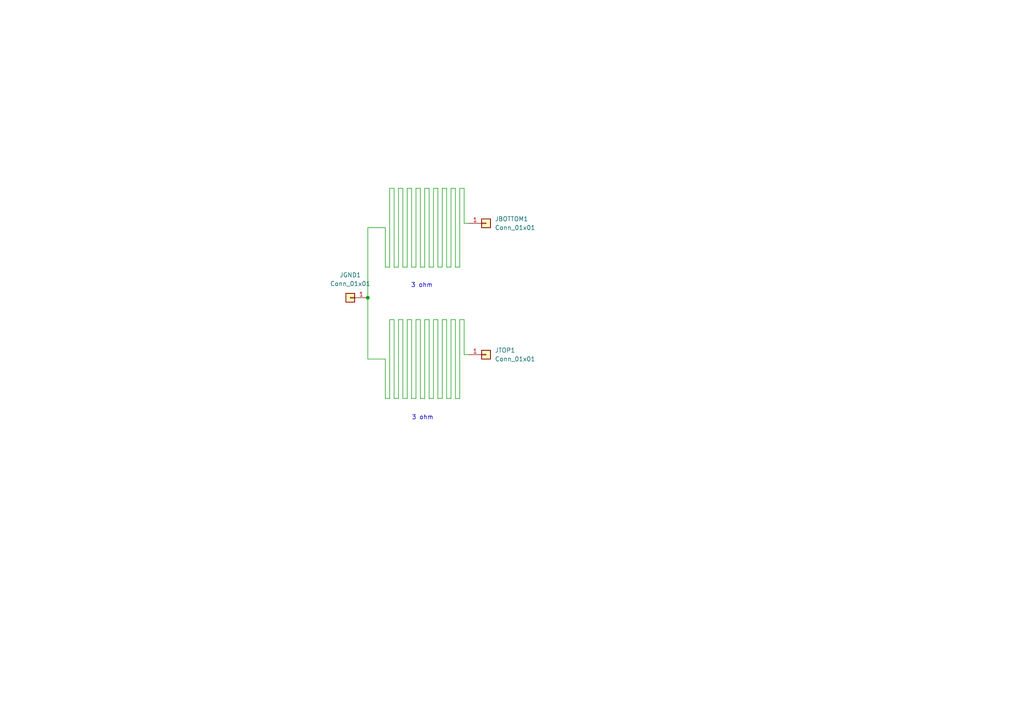
<source format=kicad_sch>
(kicad_sch (version 20211123) (generator eeschema)
  (paper "A4")
  (title_block (title "Heating element") (rev "1"))
  (lib_symbols
    (symbol "Connector_Generic:Conn_01x01" (pin_names (offset 1.016) hide)
      (property "Reference" "J" (at 0 2.54 0))
      (property "Value" "Conn_01x01" (at 0 -2.54 0))
      (symbol "Conn_01x01_1_1"
        (rectangle (start -1.27 0.127) (end 0 -0.127) (stroke (width 0.1524)))
        (rectangle (start -1.27 1.27) (end 1.27 -1.27) (stroke (width 0.254)) (fill (type background)))
        (pin passive line (at -5.08 0 0) (length 3.81) (name "Pin_1") (number "1"))
      )
    )
  )
  (junction (at 106.68 86.36))
  (wire (pts (xy 111.76 115.57) (xy 113.03 115.57)))
  (wire (pts (xy 125.73 77.47) (xy 125.73 54.61)))
  (wire (pts (xy 125.73 92.71) (xy 127 92.71)))
  (wire (pts (xy 128.27 54.61) (xy 129.54 54.61)))
  (wire (pts (xy 130.81 92.71) (xy 132.08 92.71)))
  (wire (pts (xy 119.38 77.47) (xy 120.65 77.47)))
  (wire (pts (xy 128.27 92.71) (xy 129.54 92.71)))
  (wire (pts (xy 132.08 115.57) (xy 133.35 115.57)))
  (wire (pts (xy 118.11 92.71) (xy 119.38 92.71)))
  (wire (pts (xy 120.65 54.61) (xy 121.92 54.61)))
  (wire (pts (xy 123.19 92.71) (xy 124.46 92.71)))
  (wire (pts (xy 113.03 115.57) (xy 113.03 92.71)))
  (wire (pts (xy 128.27 77.47) (xy 128.27 54.61)))
  (wire (pts (xy 124.46 92.71) (xy 124.46 115.57)))
  (wire (pts (xy 115.57 54.61) (xy 116.84 54.61)))
  (wire (pts (xy 125.73 54.61) (xy 127 54.61)))
  (wire (pts (xy 119.38 92.71) (xy 119.38 115.57)))
  (wire (pts (xy 133.35 54.61) (xy 134.62 54.61)))
  (wire (pts (xy 118.11 115.57) (xy 118.11 92.71)))
  (wire (pts (xy 106.68 104.14) (xy 106.68 86.36)))
  (wire (pts (xy 129.54 54.61) (xy 129.54 77.47)))
  (wire (pts (xy 111.76 77.47) (xy 113.03 77.47)))
  (wire (pts (xy 113.03 92.71) (xy 114.3 92.71)))
  (wire (pts (xy 118.11 77.47) (xy 118.11 54.61)))
  (wire (pts (xy 130.81 77.47) (xy 130.81 54.61)))
  (wire (pts (xy 111.76 66.04) (xy 111.76 77.47)))
  (wire (pts (xy 115.57 92.71) (xy 116.84 92.71)))
  (wire (pts (xy 124.46 77.47) (xy 125.73 77.47)))
  (wire (pts (xy 127 115.57) (xy 128.27 115.57)))
  (wire (pts (xy 133.35 77.47) (xy 133.35 54.61)))
  (wire (pts (xy 132.08 92.71) (xy 132.08 115.57)))
  (wire (pts (xy 134.62 102.87) (xy 135.89 102.87)))
  (wire (pts (xy 106.68 66.04) (xy 111.76 66.04)))
  (wire (pts (xy 134.62 54.61) (xy 134.62 64.77)))
  (wire (pts (xy 119.38 54.61) (xy 119.38 77.47)))
  (wire (pts (xy 132.08 77.47) (xy 133.35 77.47)))
  (wire (pts (xy 106.68 104.14) (xy 111.76 104.14)))
  (wire (pts (xy 120.65 115.57) (xy 120.65 92.71)))
  (wire (pts (xy 127 92.71) (xy 127 115.57)))
  (wire (pts (xy 123.19 54.61) (xy 124.46 54.61)))
  (wire (pts (xy 116.84 77.47) (xy 118.11 77.47)))
  (wire (pts (xy 115.57 115.57) (xy 115.57 92.71)))
  (wire (pts (xy 106.68 86.36) (xy 106.68 66.04)))
  (wire (pts (xy 121.92 77.47) (xy 123.19 77.47)))
  (wire (pts (xy 115.57 77.47) (xy 115.57 54.61)))
  (wire (pts (xy 127 54.61) (xy 127 77.47)))
  (wire (pts (xy 114.3 92.71) (xy 114.3 115.57)))
  (wire (pts (xy 116.84 92.71) (xy 116.84 115.57)))
  (wire (pts (xy 130.81 115.57) (xy 130.81 92.71)))
  (wire (pts (xy 129.54 115.57) (xy 130.81 115.57)))
  (wire (pts (xy 114.3 54.61) (xy 114.3 77.47)))
  (wire (pts (xy 113.03 54.61) (xy 114.3 54.61)))
  (wire (pts (xy 121.92 92.71) (xy 121.92 115.57)))
  (wire (pts (xy 113.03 77.47) (xy 113.03 54.61)))
  (wire (pts (xy 114.3 115.57) (xy 115.57 115.57)))
  (wire (pts (xy 124.46 54.61) (xy 124.46 77.47)))
  (wire (pts (xy 129.54 77.47) (xy 130.81 77.47)))
  (wire (pts (xy 121.92 54.61) (xy 121.92 77.47)))
  (wire (pts (xy 129.54 92.71) (xy 129.54 115.57)))
  (wire (pts (xy 123.19 77.47) (xy 123.19 54.61)))
  (wire (pts (xy 118.11 54.61) (xy 119.38 54.61)))
  (wire (pts (xy 127 77.47) (xy 128.27 77.47)))
  (wire (pts (xy 116.84 115.57) (xy 118.11 115.57)))
  (wire (pts (xy 133.35 92.71) (xy 134.62 92.71)))
  (wire (pts (xy 124.46 115.57) (xy 125.73 115.57)))
  (wire (pts (xy 119.38 115.57) (xy 120.65 115.57)))
  (wire (pts (xy 120.65 92.71) (xy 121.92 92.71)))
  (wire (pts (xy 116.84 54.61) (xy 116.84 77.47)))
  (wire (pts (xy 132.08 54.61) (xy 132.08 77.47)))
  (wire (pts (xy 123.19 115.57) (xy 123.19 92.71)))
  (wire (pts (xy 134.62 64.77) (xy 135.89 64.77)))
  (wire (pts (xy 134.62 92.71) (xy 134.62 102.87)))
  (wire (pts (xy 111.76 104.14) (xy 111.76 115.57)))
  (wire (pts (xy 121.92 115.57) (xy 123.19 115.57)))
  (wire (pts (xy 130.81 54.61) (xy 132.08 54.61)))
  (wire (pts (xy 120.65 77.47) (xy 120.65 54.61)))
  (wire (pts (xy 125.73 115.57) (xy 125.73 92.71)))
  (wire (pts (xy 133.35 115.57) (xy 133.35 92.71)))
  (wire (pts (xy 128.27 115.57) (xy 128.27 92.71)))
  (wire (pts (xy 114.3 77.47) (xy 115.57 77.47)))
  (text "3 ohm" (at 119.1768 83.566 0) (effects (font (size 1.27 1.27)) (justify left bottom)))
  (text "3 ohm" (at 119.38 121.92 0) (effects (font (size 1.27 1.27)) (justify left bottom)))
  (symbol (lib_id "Connector_Generic:Conn_01x01") (at 140.97 64.77 0) (unit 1)
    (property "Reference" "JBOTTOM1" (at 143.51 63.4999 0) (effects (justify left)))
    (property "Value" "Conn_01x01" (at 143.51 66.0399 0) (effects (justify left)))
    (property "Footprint" "Library:MountingHole_3.2mm_Large" (effects hide))
  )
  (symbol (lib_id "Connector_Generic:Conn_01x01") (at 101.6 86.36 180) (unit 1)
    (property "Reference" "JGND1" (at 101.6 79.756 0))
    (property "Value" "Conn_01x01" (at 101.6 82.296 0))
    (property "Footprint" "Library:MountingHole_3.2mm_Large" (effects hide))
  )
  (symbol (lib_id "Connector_Generic:Conn_01x01") (at 140.97 102.87 0) (unit 1)
    (property "Reference" "JTOP1" (at 143.51 101.5999 0) (effects (justify left)))
    (property "Value" "Conn_01x01" (at 143.51 104.1399 0) (effects (justify left)))
    (property "Footprint" "Library:MountingHole_3.2mm_Large" (effects hide))
  )
)
</source>
